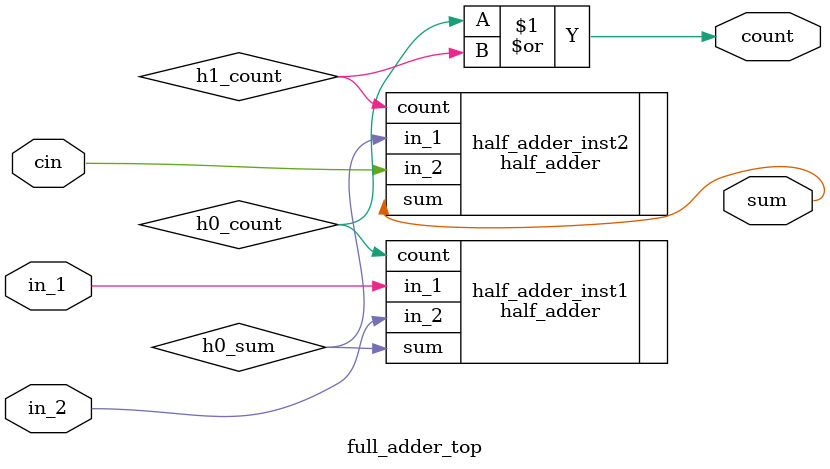
<source format=v>
module full_adder_top
(
	input wire in_1,
	input wire in_2,
	input wire cin,
	
	output wire sum,
	output wire count
);

wire h0_sum  ;
wire h0_count;
wire h1_count;

half_adder	half_adder_inst1
(
	.in_1(in_1),
	.in_2(in_2),
		 
	.sum (h0_sum),
	.count(h0_count)
);

half_adder	half_adder_inst2
(
	.in_1(h0_sum),
	.in_2(cin),
		 
	.sum (sum),
	.count(h1_count)
);

assign count = h0_count | h1_count;

endmodule





</source>
